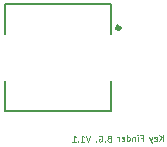
<source format=gbr>
G04 #@! TF.GenerationSoftware,KiCad,Pcbnew,(5.0.1)-4*
G04 #@! TF.CreationDate,2019-02-09T15:25:37-05:00*
G04 #@! TF.ProjectId,noname.kicad_pcb_V1_2,6E6F6E616D652E6B696361645F706362,rev?*
G04 #@! TF.SameCoordinates,Original*
G04 #@! TF.FileFunction,Legend,Bot*
G04 #@! TF.FilePolarity,Positive*
%FSLAX46Y46*%
G04 Gerber Fmt 4.6, Leading zero omitted, Abs format (unit mm)*
G04 Created by KiCad (PCBNEW (5.0.1)-4) date 2/9/2019 3:25:37 PM*
%MOMM*%
%LPD*%
G01*
G04 APERTURE LIST*
%ADD10C,0.125000*%
%ADD11C,0.300000*%
%ADD12C,0.127000*%
G04 APERTURE END LIST*
D10*
X117450952Y-64551690D02*
X117450952Y-64051690D01*
X117165238Y-64551690D02*
X117379523Y-64265976D01*
X117165238Y-64051690D02*
X117450952Y-64337404D01*
X116760476Y-64527880D02*
X116808095Y-64551690D01*
X116903333Y-64551690D01*
X116950952Y-64527880D01*
X116974761Y-64480261D01*
X116974761Y-64289785D01*
X116950952Y-64242166D01*
X116903333Y-64218357D01*
X116808095Y-64218357D01*
X116760476Y-64242166D01*
X116736666Y-64289785D01*
X116736666Y-64337404D01*
X116974761Y-64385023D01*
X116570000Y-64218357D02*
X116450952Y-64551690D01*
X116331904Y-64218357D02*
X116450952Y-64551690D01*
X116498571Y-64670738D01*
X116522380Y-64694547D01*
X116570000Y-64718357D01*
X115593809Y-64289785D02*
X115760476Y-64289785D01*
X115760476Y-64551690D02*
X115760476Y-64051690D01*
X115522380Y-64051690D01*
X115331904Y-64551690D02*
X115331904Y-64218357D01*
X115331904Y-64051690D02*
X115355714Y-64075500D01*
X115331904Y-64099309D01*
X115308095Y-64075500D01*
X115331904Y-64051690D01*
X115331904Y-64099309D01*
X115093809Y-64218357D02*
X115093809Y-64551690D01*
X115093809Y-64265976D02*
X115070000Y-64242166D01*
X115022380Y-64218357D01*
X114950952Y-64218357D01*
X114903333Y-64242166D01*
X114879523Y-64289785D01*
X114879523Y-64551690D01*
X114427142Y-64551690D02*
X114427142Y-64051690D01*
X114427142Y-64527880D02*
X114474761Y-64551690D01*
X114570000Y-64551690D01*
X114617619Y-64527880D01*
X114641428Y-64504071D01*
X114665238Y-64456452D01*
X114665238Y-64313595D01*
X114641428Y-64265976D01*
X114617619Y-64242166D01*
X114570000Y-64218357D01*
X114474761Y-64218357D01*
X114427142Y-64242166D01*
X113998571Y-64527880D02*
X114046190Y-64551690D01*
X114141428Y-64551690D01*
X114189047Y-64527880D01*
X114212857Y-64480261D01*
X114212857Y-64289785D01*
X114189047Y-64242166D01*
X114141428Y-64218357D01*
X114046190Y-64218357D01*
X113998571Y-64242166D01*
X113974761Y-64289785D01*
X113974761Y-64337404D01*
X114212857Y-64385023D01*
X113760476Y-64551690D02*
X113760476Y-64218357D01*
X113760476Y-64313595D02*
X113736666Y-64265976D01*
X113712857Y-64242166D01*
X113665238Y-64218357D01*
X113617619Y-64218357D01*
X112894880Y-64353285D02*
X112823452Y-64377095D01*
X112799642Y-64400904D01*
X112775833Y-64448523D01*
X112775833Y-64519952D01*
X112799642Y-64567571D01*
X112823452Y-64591380D01*
X112871071Y-64615190D01*
X113061547Y-64615190D01*
X113061547Y-64115190D01*
X112894880Y-64115190D01*
X112847261Y-64139000D01*
X112823452Y-64162809D01*
X112799642Y-64210428D01*
X112799642Y-64258047D01*
X112823452Y-64305666D01*
X112847261Y-64329476D01*
X112894880Y-64353285D01*
X113061547Y-64353285D01*
X112561547Y-64567571D02*
X112537738Y-64591380D01*
X112561547Y-64615190D01*
X112585357Y-64591380D01*
X112561547Y-64567571D01*
X112561547Y-64615190D01*
X112061547Y-64139000D02*
X112109166Y-64115190D01*
X112180595Y-64115190D01*
X112252023Y-64139000D01*
X112299642Y-64186619D01*
X112323452Y-64234238D01*
X112347261Y-64329476D01*
X112347261Y-64400904D01*
X112323452Y-64496142D01*
X112299642Y-64543761D01*
X112252023Y-64591380D01*
X112180595Y-64615190D01*
X112132976Y-64615190D01*
X112061547Y-64591380D01*
X112037738Y-64567571D01*
X112037738Y-64400904D01*
X112132976Y-64400904D01*
X111823452Y-64567571D02*
X111799642Y-64591380D01*
X111823452Y-64615190D01*
X111847261Y-64591380D01*
X111823452Y-64567571D01*
X111823452Y-64615190D01*
X111275833Y-64115190D02*
X111109166Y-64615190D01*
X110942500Y-64115190D01*
X110513928Y-64615190D02*
X110799642Y-64615190D01*
X110656785Y-64615190D02*
X110656785Y-64115190D01*
X110704404Y-64186619D01*
X110752023Y-64234238D01*
X110799642Y-64258047D01*
X110299642Y-64567571D02*
X110275833Y-64591380D01*
X110299642Y-64615190D01*
X110323452Y-64591380D01*
X110299642Y-64567571D01*
X110299642Y-64615190D01*
X109799642Y-64615190D02*
X110085357Y-64615190D01*
X109942500Y-64615190D02*
X109942500Y-64115190D01*
X109990119Y-64186619D01*
X110037738Y-64234238D01*
X110085357Y-64258047D01*
D11*
G04 #@! TO.C,LS1*
X113833480Y-54995440D02*
G75*
G03X113833480Y-54995440I-150000J0D01*
G01*
D12*
X113083480Y-61995440D02*
X113083480Y-59495440D01*
X104083480Y-61995440D02*
X113083480Y-61995440D01*
X104083480Y-59495440D02*
X104083480Y-61995440D01*
X104083480Y-52995440D02*
X104083480Y-55495440D01*
X113083480Y-52995440D02*
X104083480Y-52995440D01*
X113083480Y-55495440D02*
X113083480Y-52995440D01*
G04 #@! TD*
M02*

</source>
